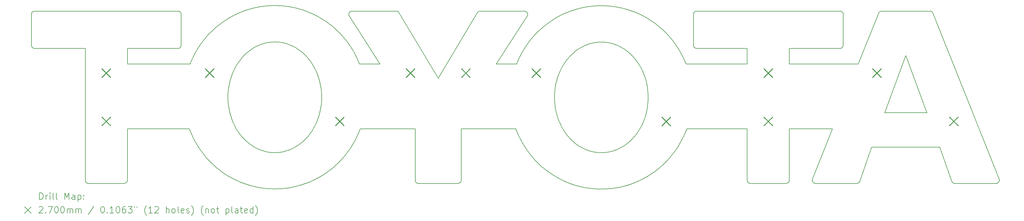
<source format=gbr>
%FSLAX45Y45*%
G04 Gerber Fmt 4.5, Leading zero omitted, Abs format (unit mm)*
G04 Created by KiCad (PCBNEW (6.0.0)) date 2022-05-14 17:31:36*
%MOMM*%
%LPD*%
G01*
G04 APERTURE LIST*
%ADD10C,0.200000*%
%ADD11C,0.270000*%
G04 APERTURE END LIST*
D10*
X15097676Y-5301449D02*
X16790958Y-5301449D01*
X16790958Y-5301449D02*
X16829681Y-5402610D01*
X16872082Y-5501862D01*
X16918074Y-5599120D01*
X16967573Y-5694296D01*
X17020495Y-5787308D01*
X17076756Y-5878068D01*
X17136270Y-5966492D01*
X17198954Y-6052493D01*
X17264721Y-6135988D01*
X17333489Y-6216890D01*
X17405173Y-6295114D01*
X17479687Y-6370575D01*
X17556948Y-6443187D01*
X17636870Y-6512865D01*
X17719370Y-6579523D01*
X17804362Y-6643077D01*
X17891763Y-6703440D01*
X17981486Y-6760528D01*
X18073449Y-6814254D01*
X18167567Y-6864535D01*
X18263754Y-6911283D01*
X18361926Y-6954415D01*
X18461999Y-6993843D01*
X18563889Y-7029484D01*
X18667509Y-7061252D01*
X18772777Y-7089061D01*
X18879608Y-7112826D01*
X18987916Y-7132461D01*
X19097618Y-7147882D01*
X19208628Y-7159002D01*
X19320863Y-7165737D01*
X19434237Y-7168001D01*
X28204010Y-4803454D02*
X28856041Y-3038753D01*
X26589031Y-5301449D02*
X25968460Y-6856945D01*
X28856041Y-3038753D02*
X29508071Y-4803454D01*
X9328035Y-7165034D02*
X9441308Y-7162774D01*
X9553444Y-7156052D01*
X9664358Y-7144951D01*
X9773967Y-7129559D01*
X9882185Y-7109958D01*
X9988929Y-7086236D01*
X10094114Y-7058476D01*
X10197655Y-7026764D01*
X10299469Y-6991186D01*
X10399471Y-6951826D01*
X10497576Y-6908769D01*
X10593700Y-6862101D01*
X10687760Y-6811906D01*
X10779670Y-6758270D01*
X10869346Y-6701279D01*
X10956704Y-6641016D01*
X11041659Y-6577568D01*
X11124127Y-6511019D01*
X11204024Y-6441454D01*
X11281266Y-6368960D01*
X11355767Y-6293620D01*
X11427445Y-6215520D01*
X11496213Y-6134745D01*
X11561989Y-6051380D01*
X11624687Y-5965511D01*
X11684223Y-5877222D01*
X11740513Y-5786599D01*
X11793473Y-5693727D01*
X11843018Y-5598691D01*
X11889063Y-5501575D01*
X11931525Y-5402466D01*
X11970320Y-5301449D01*
X4114402Y-6994000D02*
X4666914Y-6994000D01*
X11970320Y-5301449D02*
X13671967Y-5301449D01*
X26917107Y-2715700D02*
X26917107Y-1760000D01*
X10778086Y-4326999D02*
X10776199Y-4415139D01*
X10770600Y-4502123D01*
X10761378Y-4587841D01*
X10748626Y-4672187D01*
X10732435Y-4755054D01*
X10712895Y-4836333D01*
X10690098Y-4915916D01*
X10664135Y-4993697D01*
X10635096Y-5069567D01*
X10603074Y-5143420D01*
X10568159Y-5215147D01*
X10530442Y-5284640D01*
X10490015Y-5351793D01*
X10446968Y-5416497D01*
X10401392Y-5478645D01*
X10353379Y-5538129D01*
X10303020Y-5594842D01*
X10250406Y-5648676D01*
X10195628Y-5699523D01*
X10138778Y-5747277D01*
X10079945Y-5791828D01*
X10019222Y-5833070D01*
X9956699Y-5870895D01*
X9892468Y-5905195D01*
X9826619Y-5935863D01*
X9759244Y-5962791D01*
X9690435Y-5985872D01*
X9620281Y-6004997D01*
X9548874Y-6020060D01*
X9476305Y-6030952D01*
X9402666Y-6037566D01*
X9328047Y-6039795D01*
X28856029Y-1660000D02*
X28109571Y-1660000D01*
X25253449Y-6894000D02*
X25253449Y-5301449D01*
X27341231Y-6994000D02*
X27364594Y-6991239D01*
X27386203Y-6983320D01*
X27405293Y-6970787D01*
X27421100Y-6954184D01*
X27432859Y-6934058D01*
X27435747Y-6926660D01*
X25253449Y-2815700D02*
X26817107Y-2815700D01*
X14384835Y-3739442D02*
X13171498Y-1708709D01*
X4666914Y-6994000D02*
X4687067Y-6991969D01*
X4710268Y-6984139D01*
X4730523Y-6971165D01*
X4747047Y-6953832D01*
X4759055Y-6932925D01*
X4765761Y-6909229D01*
X4766914Y-6894000D01*
X22284770Y-1760000D02*
X22284770Y-2715700D01*
X11716328Y-1660000D02*
X11694964Y-1662216D01*
X11675541Y-1668507D01*
X11653172Y-1682308D01*
X11635468Y-1701132D01*
X11623125Y-1723711D01*
X11616835Y-1748776D01*
X11617293Y-1775056D01*
X11622482Y-1794801D01*
X11632149Y-1813982D01*
X4766914Y-5301449D02*
X6685750Y-5301449D01*
X23948426Y-5301449D02*
X23948426Y-6894000D01*
X22284770Y-2715700D02*
X22286801Y-2735854D01*
X22294631Y-2759054D01*
X22307605Y-2779310D01*
X22324938Y-2795834D01*
X22345845Y-2807842D01*
X22369541Y-2814548D01*
X22384770Y-2815700D01*
X15097676Y-6894000D02*
X15097676Y-5301449D01*
X22384770Y-1660000D02*
X22364616Y-1662031D01*
X22341416Y-1669861D01*
X22321160Y-1682835D01*
X22304636Y-1700168D01*
X22292628Y-1721075D01*
X22285922Y-1744771D01*
X22284770Y-1760000D01*
X19434237Y-7168001D02*
X19547612Y-7165737D01*
X19659847Y-7159002D01*
X19770857Y-7147882D01*
X19880559Y-7132461D01*
X19988867Y-7112826D01*
X20095697Y-7089061D01*
X20200965Y-7061252D01*
X20304586Y-7029484D01*
X20406476Y-6993843D01*
X20506549Y-6954415D01*
X20604721Y-6911283D01*
X20700908Y-6864535D01*
X20795025Y-6814254D01*
X20886988Y-6760528D01*
X20976712Y-6703440D01*
X21064113Y-6643077D01*
X21149105Y-6579523D01*
X21231605Y-6512865D01*
X21311527Y-6443187D01*
X21388788Y-6370575D01*
X21463302Y-6295114D01*
X21534985Y-6216890D01*
X21603753Y-6135988D01*
X21669521Y-6052493D01*
X21732205Y-5966492D01*
X21791719Y-5878068D01*
X21847979Y-5787308D01*
X21900902Y-5694296D01*
X21950401Y-5599120D01*
X21996393Y-5501862D01*
X22038793Y-5402610D01*
X22077517Y-5301449D01*
X3461890Y-3301450D02*
X3461890Y-5301449D01*
X13771967Y-6994000D02*
X14384822Y-6994000D01*
X3461890Y-6894000D02*
X3463921Y-6914154D01*
X3471751Y-6937354D01*
X3484725Y-6957609D01*
X3502058Y-6974134D01*
X3522965Y-6986142D01*
X3546661Y-6992848D01*
X3561890Y-6994000D01*
X22077517Y-5301449D02*
X23948426Y-5301449D01*
X23948426Y-6894000D02*
X23950457Y-6914154D01*
X23958287Y-6937354D01*
X23971261Y-6957609D01*
X23988594Y-6974134D01*
X24009501Y-6986142D01*
X24033197Y-6992848D01*
X24048426Y-6994000D01*
X11632149Y-1813982D02*
X12586030Y-3301450D01*
X15683990Y-1660000D02*
X15661392Y-1662584D01*
X15640289Y-1670054D01*
X15621432Y-1681982D01*
X15605573Y-1697943D01*
X15598145Y-1708709D01*
X15598145Y-1708709D02*
X14384835Y-3739442D01*
X24564796Y-1660000D02*
X22384770Y-1660000D01*
X17053316Y-1660000D02*
X15683990Y-1660000D01*
X16813002Y-3301450D02*
X16183614Y-3301450D01*
X19434250Y-2617168D02*
X19508869Y-2619397D01*
X19582508Y-2626011D01*
X19655077Y-2636903D01*
X19726483Y-2651966D01*
X19796637Y-2671091D01*
X19865447Y-2694172D01*
X19932822Y-2721100D01*
X19998670Y-2751768D01*
X20062902Y-2786069D01*
X20125424Y-2823893D01*
X20186148Y-2865135D01*
X20244980Y-2909687D01*
X20301831Y-2957440D01*
X20356609Y-3008288D01*
X20409223Y-3062122D01*
X20459582Y-3118835D01*
X20507595Y-3178319D01*
X20553170Y-3240467D01*
X20596217Y-3305172D01*
X20636645Y-3372324D01*
X20674362Y-3441818D01*
X20709277Y-3513545D01*
X20741299Y-3587397D01*
X20770337Y-3663268D01*
X20796301Y-3741049D01*
X20819098Y-3820632D01*
X20838638Y-3901911D01*
X20854829Y-3984777D01*
X20867581Y-4069124D01*
X20876802Y-4154842D01*
X20882402Y-4241826D01*
X20884289Y-4329966D01*
X6685750Y-5301449D02*
X6724544Y-5402466D01*
X6767006Y-5501575D01*
X6813052Y-5598691D01*
X6862596Y-5693727D01*
X6915556Y-5786599D01*
X6971846Y-5877222D01*
X7031383Y-5965511D01*
X7094081Y-6051380D01*
X7159856Y-6134745D01*
X7228625Y-6215520D01*
X7300302Y-6293620D01*
X7374803Y-6368960D01*
X7452045Y-6441454D01*
X7531942Y-6511019D01*
X7614410Y-6577568D01*
X7699366Y-6641016D01*
X7786724Y-6701279D01*
X7876400Y-6758270D01*
X7968310Y-6811906D01*
X8062369Y-6862101D01*
X8158493Y-6908769D01*
X8256599Y-6951826D01*
X8356600Y-6991186D01*
X8458414Y-7026764D01*
X8561956Y-7058476D01*
X8667140Y-7086236D01*
X8773884Y-7109958D01*
X8882102Y-7129559D01*
X8991711Y-7144951D01*
X9102625Y-7156052D01*
X9214761Y-7162774D01*
X9328035Y-7165034D01*
X3561890Y-6994000D02*
X4114402Y-6994000D01*
X9328047Y-2614201D02*
X9402666Y-2616430D01*
X9476305Y-2623044D01*
X9548874Y-2633936D01*
X9620281Y-2648999D01*
X9690435Y-2668124D01*
X9759244Y-2691205D01*
X9826619Y-2718133D01*
X9892468Y-2748801D01*
X9956699Y-2783101D01*
X10019222Y-2820926D01*
X10079945Y-2862168D01*
X10138778Y-2906720D01*
X10195628Y-2954473D01*
X10250406Y-3005321D01*
X10303020Y-3059155D01*
X10353379Y-3115868D01*
X10401392Y-3175352D01*
X10446968Y-3237500D01*
X10490015Y-3302205D01*
X10530442Y-3369357D01*
X10568159Y-3438851D01*
X10603074Y-3510578D01*
X10635096Y-3584430D01*
X10664135Y-3660301D01*
X10690098Y-3738082D01*
X10712895Y-3817665D01*
X10732435Y-3898944D01*
X10748626Y-3981810D01*
X10761378Y-4066157D01*
X10770600Y-4151875D01*
X10776199Y-4238859D01*
X10778086Y-4326999D01*
X13671967Y-6894000D02*
X13673998Y-6914154D01*
X13681828Y-6937354D01*
X13694802Y-6957609D01*
X13712135Y-6974134D01*
X13733042Y-6986142D01*
X13756738Y-6992848D01*
X13771967Y-6994000D01*
X31650716Y-6994000D02*
X31676083Y-6990805D01*
X31698743Y-6981821D01*
X31718086Y-6967952D01*
X31733497Y-6950100D01*
X31744367Y-6929171D01*
X31750081Y-6906066D01*
X31750029Y-6881690D01*
X31743597Y-6856945D01*
X19434237Y-1491929D02*
X19322856Y-1494115D01*
X19212576Y-1500618D01*
X19103479Y-1511359D01*
X18995643Y-1526255D01*
X18889148Y-1545226D01*
X18784076Y-1568190D01*
X18680504Y-1595067D01*
X18578514Y-1625775D01*
X18478186Y-1660234D01*
X18379599Y-1698362D01*
X18282833Y-1740078D01*
X18187968Y-1785302D01*
X18095084Y-1833951D01*
X18004262Y-1885946D01*
X17915580Y-1941205D01*
X17829119Y-1999646D01*
X17744959Y-2061190D01*
X17663179Y-2125754D01*
X17583861Y-2193259D01*
X17507082Y-2263622D01*
X17432925Y-2336762D01*
X17361467Y-2412599D01*
X17292791Y-2491052D01*
X17226974Y-2572039D01*
X17164097Y-2655480D01*
X17104241Y-2741293D01*
X17047485Y-2829397D01*
X16993909Y-2919711D01*
X16943592Y-3012155D01*
X16896616Y-3106646D01*
X16853059Y-3203105D01*
X16813002Y-3301450D01*
X1898234Y-2815702D02*
X3461890Y-2815702D01*
X16183614Y-3301450D02*
X17137494Y-1813982D01*
X26917107Y-1760000D02*
X26915076Y-1739846D01*
X26907246Y-1716646D01*
X26894272Y-1696391D01*
X26876939Y-1679866D01*
X26856032Y-1667858D01*
X26832336Y-1661152D01*
X26817107Y-1660000D01*
X28109571Y-1660000D02*
X28087103Y-1662551D01*
X28066197Y-1669894D01*
X28047547Y-1681558D01*
X28031845Y-1697074D01*
X28019782Y-1715974D01*
X28016690Y-1722945D01*
X9328035Y-1488964D02*
X9216549Y-1491154D01*
X9106168Y-1497669D01*
X8996971Y-1508430D01*
X8889038Y-1523353D01*
X8782449Y-1542358D01*
X8677285Y-1565364D01*
X8573626Y-1592290D01*
X8471552Y-1623053D01*
X8371142Y-1657573D01*
X8272478Y-1695769D01*
X8175639Y-1737559D01*
X8080706Y-1782862D01*
X7987759Y-1831596D01*
X7896877Y-1883681D01*
X7808141Y-1939035D01*
X7721631Y-1997576D01*
X7637428Y-2059224D01*
X7555611Y-2123898D01*
X7476261Y-2191515D01*
X7399457Y-2261995D01*
X7325281Y-2335256D01*
X7253811Y-2411217D01*
X7185129Y-2489797D01*
X7119314Y-2570915D01*
X7056447Y-2654488D01*
X6996607Y-2740437D01*
X6939876Y-2828679D01*
X6886332Y-2919134D01*
X6836056Y-3011719D01*
X6789129Y-3106355D01*
X6745631Y-3202959D01*
X6705641Y-3301450D01*
X24048426Y-6994000D02*
X24600937Y-6994000D01*
X4766914Y-3301450D02*
X4766914Y-2815702D01*
X22384770Y-2815700D02*
X23948426Y-2815700D01*
X25968460Y-6856945D02*
X25962029Y-6881690D01*
X25961976Y-6906066D01*
X25967691Y-6929171D01*
X25978560Y-6950100D01*
X25993972Y-6967952D01*
X26013314Y-6981821D01*
X26035975Y-6990805D01*
X26061341Y-6994000D01*
X3461890Y-5301449D02*
X3461890Y-6894000D01*
X1798234Y-2715702D02*
X1800265Y-2735856D01*
X1808095Y-2759057D01*
X1821069Y-2779312D01*
X1838402Y-2795836D01*
X1859309Y-2807844D01*
X1883005Y-2814550D01*
X1898234Y-2815702D01*
X26817107Y-2815700D02*
X26837261Y-2813669D01*
X26860462Y-2805839D01*
X26880717Y-2792865D01*
X26897241Y-2775532D01*
X26909249Y-2754625D01*
X26915955Y-2730929D01*
X26917107Y-2715700D01*
X31122753Y-5300764D02*
X29695368Y-1722945D01*
X30276311Y-6926660D02*
X30286550Y-6947840D01*
X30301093Y-6965678D01*
X30319174Y-6979628D01*
X30340028Y-6989146D01*
X30362891Y-6993687D01*
X30370827Y-6994000D01*
X28016690Y-1722945D02*
X27386939Y-3301450D01*
X20884289Y-4329966D02*
X20882402Y-4418106D01*
X20876802Y-4505090D01*
X20867581Y-4590808D01*
X20854829Y-4675155D01*
X20838638Y-4758021D01*
X20819098Y-4839300D01*
X20796301Y-4918883D01*
X20770337Y-4996664D01*
X20741299Y-5072534D01*
X20709277Y-5146387D01*
X20674362Y-5218114D01*
X20636645Y-5287607D01*
X20596217Y-5354760D01*
X20553170Y-5419464D01*
X20507595Y-5481612D01*
X20459582Y-5541096D01*
X20409223Y-5597809D01*
X20356609Y-5651643D01*
X20301831Y-5702490D01*
X20244980Y-5750244D01*
X20186148Y-5794795D01*
X20125424Y-5836037D01*
X20062902Y-5873862D01*
X19998670Y-5908162D01*
X19932822Y-5938830D01*
X19865447Y-5965758D01*
X19796637Y-5988839D01*
X19726483Y-6007964D01*
X19655077Y-6023027D01*
X19582508Y-6033919D01*
X19508869Y-6040533D01*
X19434250Y-6042762D01*
X29602486Y-1660000D02*
X28856029Y-1660000D01*
X29695368Y-1722945D02*
X29684672Y-1703021D01*
X29670106Y-1686325D01*
X29652361Y-1673325D01*
X29632131Y-1664490D01*
X29610107Y-1660289D01*
X29602486Y-1660000D01*
X4150543Y-1660000D02*
X4078260Y-1660000D01*
X24600937Y-6994000D02*
X25153449Y-6994000D01*
X29910308Y-5867463D02*
X30276311Y-6926660D01*
X7878009Y-4326999D02*
X7879895Y-4238859D01*
X7885495Y-4151875D01*
X7894716Y-4066157D01*
X7907468Y-3981810D01*
X7923660Y-3898944D01*
X7943200Y-3817665D01*
X7965997Y-3738082D01*
X7991960Y-3660301D01*
X8020998Y-3584430D01*
X8053021Y-3510578D01*
X8087936Y-3438851D01*
X8125653Y-3369357D01*
X8166080Y-3302205D01*
X8209127Y-3237500D01*
X8254703Y-3175352D01*
X8302715Y-3115868D01*
X8353074Y-3059155D01*
X8405688Y-3005321D01*
X8460466Y-2954473D01*
X8517317Y-2906720D01*
X8576150Y-2862168D01*
X8636873Y-2820926D01*
X8699396Y-2783101D01*
X8763627Y-2748801D01*
X8829476Y-2718133D01*
X8896850Y-2691205D01*
X8965660Y-2668124D01*
X9035814Y-2648999D01*
X9107221Y-2633936D01*
X9179789Y-2623044D01*
X9253429Y-2616430D01*
X9328047Y-2614201D01*
X25253449Y-5301449D02*
X26589031Y-5301449D01*
X14384822Y-6994000D02*
X14997676Y-6994000D01*
X26817107Y-1660000D02*
X24637079Y-1660000D01*
X13171498Y-1708709D02*
X13157689Y-1690636D01*
X13140453Y-1676351D01*
X13120542Y-1666282D01*
X13098706Y-1660854D01*
X13085654Y-1660000D01*
X28856029Y-5867463D02*
X29910308Y-5867463D01*
X31123026Y-5301449D02*
X31122753Y-5300764D01*
X17137494Y-1813982D02*
X17147161Y-1794801D01*
X17152350Y-1775056D01*
X17152808Y-1748776D01*
X17146518Y-1723711D01*
X17134175Y-1701132D01*
X17116472Y-1682308D01*
X17094102Y-1668507D01*
X17074680Y-1662216D01*
X17053316Y-1660000D01*
X13671967Y-5301449D02*
X13671967Y-6894000D01*
X25153449Y-6994000D02*
X25173603Y-6991969D01*
X25196803Y-6984139D01*
X25217059Y-6971165D01*
X25233583Y-6953832D01*
X25245591Y-6932925D01*
X25252297Y-6909229D01*
X25253449Y-6894000D01*
X6430569Y-2715702D02*
X6430569Y-1760000D01*
X30370827Y-6994000D02*
X31650716Y-6994000D01*
X31743597Y-6856945D02*
X31123026Y-5301449D01*
X23948426Y-2815700D02*
X23948426Y-3301450D01*
X4766914Y-6894000D02*
X4766914Y-5301449D01*
X22055473Y-3301450D02*
X22015416Y-3203105D01*
X21971859Y-3106646D01*
X21924882Y-3012155D01*
X21874566Y-2919711D01*
X21820990Y-2829397D01*
X21764234Y-2741293D01*
X21704377Y-2655480D01*
X21641501Y-2572039D01*
X21575684Y-2491052D01*
X21507007Y-2412599D01*
X21435550Y-2336762D01*
X21361392Y-2263622D01*
X21284614Y-2193259D01*
X21205295Y-2125754D01*
X21123516Y-2061190D01*
X21039356Y-1999646D01*
X20952895Y-1941205D01*
X20864213Y-1885946D01*
X20773390Y-1833951D01*
X20680507Y-1785302D01*
X20585642Y-1740078D01*
X20488876Y-1698362D01*
X20390289Y-1660234D01*
X20289960Y-1625775D01*
X20187971Y-1595067D01*
X20084399Y-1568190D01*
X19979326Y-1545226D01*
X19872832Y-1526255D01*
X19764996Y-1511359D01*
X19655898Y-1500618D01*
X19545619Y-1494115D01*
X19434237Y-1491929D01*
X24637079Y-1660000D02*
X24564796Y-1660000D01*
X6330569Y-1660000D02*
X4150543Y-1660000D01*
X4078260Y-1660000D02*
X1898234Y-1660000D01*
X4766914Y-2815702D02*
X6330569Y-2815702D01*
X6330569Y-2815702D02*
X6350723Y-2813671D01*
X6373924Y-2805841D01*
X6394179Y-2792867D01*
X6410703Y-2775534D01*
X6422711Y-2754627D01*
X6429417Y-2730931D01*
X6430569Y-2715702D01*
X6705641Y-3301450D02*
X4766914Y-3301450D01*
X26061341Y-6994000D02*
X27341231Y-6994000D01*
X27435747Y-6926660D02*
X27801750Y-5867463D01*
X1798234Y-1760000D02*
X1798234Y-2715702D01*
X27801750Y-5867463D02*
X28856029Y-5867463D01*
X13085654Y-1660000D02*
X11716328Y-1660000D01*
X3461890Y-2815702D02*
X3461890Y-3301450D01*
X9328047Y-6039795D02*
X9253429Y-6037566D01*
X9179789Y-6030952D01*
X9107221Y-6020060D01*
X9035814Y-6004997D01*
X8965660Y-5985872D01*
X8896850Y-5962791D01*
X8829476Y-5935863D01*
X8763627Y-5905195D01*
X8699396Y-5870895D01*
X8636873Y-5833070D01*
X8576150Y-5791828D01*
X8517317Y-5747277D01*
X8460466Y-5699523D01*
X8405688Y-5648676D01*
X8353074Y-5594842D01*
X8302715Y-5538129D01*
X8254703Y-5478645D01*
X8209127Y-5416497D01*
X8166080Y-5351793D01*
X8125653Y-5284640D01*
X8087936Y-5215147D01*
X8053021Y-5143420D01*
X8020998Y-5069567D01*
X7991960Y-4993697D01*
X7965997Y-4915916D01*
X7943200Y-4836333D01*
X7923660Y-4755054D01*
X7907468Y-4672187D01*
X7894716Y-4587841D01*
X7885495Y-4502123D01*
X7879895Y-4415139D01*
X7878009Y-4326999D01*
X12586030Y-3301450D02*
X11950428Y-3301450D01*
X28856041Y-4803454D02*
X28204010Y-4803454D01*
X19434250Y-6042762D02*
X19359631Y-6040533D01*
X19285992Y-6033919D01*
X19213424Y-6023027D01*
X19142017Y-6007964D01*
X19071863Y-5988839D01*
X19003053Y-5965758D01*
X18935678Y-5938830D01*
X18869830Y-5908162D01*
X18805598Y-5873862D01*
X18743076Y-5836037D01*
X18682352Y-5794795D01*
X18623520Y-5750244D01*
X18566669Y-5702490D01*
X18511891Y-5651643D01*
X18459277Y-5597809D01*
X18408918Y-5541096D01*
X18360905Y-5481612D01*
X18315330Y-5419464D01*
X18272283Y-5354760D01*
X18231855Y-5287607D01*
X18194139Y-5218114D01*
X18159223Y-5146387D01*
X18127201Y-5072534D01*
X18098163Y-4996664D01*
X18072199Y-4918883D01*
X18049402Y-4839300D01*
X18029863Y-4758021D01*
X18013671Y-4675155D01*
X18000919Y-4590808D01*
X17991698Y-4505090D01*
X17986098Y-4418106D01*
X17984212Y-4329966D01*
X23948426Y-3301450D02*
X22055473Y-3301450D01*
X25253449Y-3301450D02*
X25253449Y-2815700D01*
X14997676Y-6994000D02*
X15017830Y-6991969D01*
X15041031Y-6984139D01*
X15061286Y-6971165D01*
X15077810Y-6953832D01*
X15089818Y-6932925D01*
X15096524Y-6909229D01*
X15097676Y-6894000D01*
X11950428Y-3301450D02*
X11910438Y-3202959D01*
X11866940Y-3106355D01*
X11820013Y-3011719D01*
X11769737Y-2919134D01*
X11716194Y-2828679D01*
X11659462Y-2740437D01*
X11599622Y-2654488D01*
X11536755Y-2570915D01*
X11470940Y-2489797D01*
X11402258Y-2411217D01*
X11330789Y-2335256D01*
X11256612Y-2261995D01*
X11179809Y-2191515D01*
X11100458Y-2123898D01*
X11018641Y-2059224D01*
X10934438Y-1997576D01*
X10847928Y-1939035D01*
X10759193Y-1883681D01*
X10668311Y-1831596D01*
X10575363Y-1782862D01*
X10480430Y-1737559D01*
X10383591Y-1695769D01*
X10284927Y-1657573D01*
X10184518Y-1623053D01*
X10082443Y-1592290D01*
X9978784Y-1565364D01*
X9873620Y-1542358D01*
X9767031Y-1523353D01*
X9659098Y-1508430D01*
X9549901Y-1497669D01*
X9439520Y-1491154D01*
X9328035Y-1488964D01*
X6430569Y-1760000D02*
X6428538Y-1739846D01*
X6420708Y-1716646D01*
X6407734Y-1696391D01*
X6390401Y-1679866D01*
X6369494Y-1667858D01*
X6345798Y-1661152D01*
X6330569Y-1660000D01*
X1898234Y-1660000D02*
X1878080Y-1662031D01*
X1854880Y-1669861D01*
X1834624Y-1682835D01*
X1818100Y-1700168D01*
X1806092Y-1721075D01*
X1799386Y-1744771D01*
X1798234Y-1760000D01*
X29508071Y-4803454D02*
X28856041Y-4803454D01*
X17984212Y-4329966D02*
X17986098Y-4241826D01*
X17991698Y-4154842D01*
X18000919Y-4069124D01*
X18013671Y-3984777D01*
X18029863Y-3901911D01*
X18049402Y-3820632D01*
X18072199Y-3741049D01*
X18098163Y-3663268D01*
X18127201Y-3587397D01*
X18159223Y-3513545D01*
X18194139Y-3441818D01*
X18231855Y-3372324D01*
X18272283Y-3305172D01*
X18315330Y-3240467D01*
X18360905Y-3178319D01*
X18408918Y-3118835D01*
X18459277Y-3062122D01*
X18511891Y-3008288D01*
X18566669Y-2957440D01*
X18623520Y-2909687D01*
X18682352Y-2865135D01*
X18743076Y-2823893D01*
X18805598Y-2786069D01*
X18869830Y-2751768D01*
X18935678Y-2721100D01*
X19003053Y-2694172D01*
X19071863Y-2671091D01*
X19142017Y-2651966D01*
X19213424Y-2636903D01*
X19285992Y-2626011D01*
X19359631Y-2619397D01*
X19434250Y-2617168D01*
X27386939Y-3301450D02*
X25253449Y-3301450D01*
D11*
X3975436Y-3438977D02*
X4245436Y-3708977D01*
X4245436Y-3438977D02*
X3975436Y-3708977D01*
X3975436Y-4936477D02*
X4245436Y-5206477D01*
X4245436Y-4936477D02*
X3975436Y-5206477D01*
X7175436Y-3438977D02*
X7445436Y-3708977D01*
X7445436Y-3438977D02*
X7175436Y-3708977D01*
X11200436Y-4936477D02*
X11470436Y-5206477D01*
X11470436Y-4936477D02*
X11200436Y-5206477D01*
X13385436Y-3438977D02*
X13655436Y-3708977D01*
X13655436Y-3438977D02*
X13385436Y-3708977D01*
X15102936Y-3441477D02*
X15372936Y-3711477D01*
X15372936Y-3441477D02*
X15102936Y-3711477D01*
X17282936Y-3441477D02*
X17552936Y-3711477D01*
X17552936Y-3441477D02*
X17282936Y-3711477D01*
X21307936Y-4938977D02*
X21577936Y-5208977D01*
X21577936Y-4938977D02*
X21307936Y-5208977D01*
X24460436Y-3438977D02*
X24730436Y-3708977D01*
X24730436Y-3438977D02*
X24460436Y-3708977D01*
X24460436Y-4936477D02*
X24730436Y-5206477D01*
X24730436Y-4936477D02*
X24460436Y-5206477D01*
X27827936Y-3438977D02*
X28097936Y-3708977D01*
X28097936Y-3438977D02*
X27827936Y-3708977D01*
X30202936Y-4936477D02*
X30472936Y-5206477D01*
X30472936Y-4936477D02*
X30202936Y-5206477D01*
D10*
X2045853Y-7488477D02*
X2045853Y-7288477D01*
X2093472Y-7288477D01*
X2122043Y-7298001D01*
X2141091Y-7317049D01*
X2150615Y-7336096D01*
X2160139Y-7374192D01*
X2160139Y-7402763D01*
X2150615Y-7440858D01*
X2141091Y-7459906D01*
X2122043Y-7478954D01*
X2093472Y-7488477D01*
X2045853Y-7488477D01*
X2245853Y-7488477D02*
X2245853Y-7355144D01*
X2245853Y-7393239D02*
X2255377Y-7374192D01*
X2264900Y-7364668D01*
X2283948Y-7355144D01*
X2302996Y-7355144D01*
X2369662Y-7488477D02*
X2369662Y-7355144D01*
X2369662Y-7288477D02*
X2360139Y-7298001D01*
X2369662Y-7307525D01*
X2379186Y-7298001D01*
X2369662Y-7288477D01*
X2369662Y-7307525D01*
X2493472Y-7488477D02*
X2474424Y-7478954D01*
X2464900Y-7459906D01*
X2464900Y-7288477D01*
X2598234Y-7488477D02*
X2579186Y-7478954D01*
X2569662Y-7459906D01*
X2569662Y-7288477D01*
X2826805Y-7488477D02*
X2826805Y-7288477D01*
X2893472Y-7431335D01*
X2960138Y-7288477D01*
X2960138Y-7488477D01*
X3141091Y-7488477D02*
X3141091Y-7383715D01*
X3131567Y-7364668D01*
X3112519Y-7355144D01*
X3074424Y-7355144D01*
X3055377Y-7364668D01*
X3141091Y-7478954D02*
X3122043Y-7488477D01*
X3074424Y-7488477D01*
X3055377Y-7478954D01*
X3045853Y-7459906D01*
X3045853Y-7440858D01*
X3055377Y-7421811D01*
X3074424Y-7412287D01*
X3122043Y-7412287D01*
X3141091Y-7402763D01*
X3236329Y-7355144D02*
X3236329Y-7555144D01*
X3236329Y-7364668D02*
X3255377Y-7355144D01*
X3293472Y-7355144D01*
X3312519Y-7364668D01*
X3322043Y-7374192D01*
X3331567Y-7393239D01*
X3331567Y-7450382D01*
X3322043Y-7469430D01*
X3312519Y-7478954D01*
X3293472Y-7488477D01*
X3255377Y-7488477D01*
X3236329Y-7478954D01*
X3417281Y-7469430D02*
X3426805Y-7478954D01*
X3417281Y-7488477D01*
X3407758Y-7478954D01*
X3417281Y-7469430D01*
X3417281Y-7488477D01*
X3417281Y-7364668D02*
X3426805Y-7374192D01*
X3417281Y-7383715D01*
X3407758Y-7374192D01*
X3417281Y-7364668D01*
X3417281Y-7383715D01*
X1588234Y-7718001D02*
X1788234Y-7918001D01*
X1788234Y-7718001D02*
X1588234Y-7918001D01*
X2036329Y-7727525D02*
X2045853Y-7718001D01*
X2064900Y-7708477D01*
X2112520Y-7708477D01*
X2131567Y-7718001D01*
X2141091Y-7727525D01*
X2150615Y-7746573D01*
X2150615Y-7765620D01*
X2141091Y-7794192D01*
X2026805Y-7908477D01*
X2150615Y-7908477D01*
X2236329Y-7889430D02*
X2245853Y-7898954D01*
X2236329Y-7908477D01*
X2226805Y-7898954D01*
X2236329Y-7889430D01*
X2236329Y-7908477D01*
X2312520Y-7708477D02*
X2445853Y-7708477D01*
X2360139Y-7908477D01*
X2560139Y-7708477D02*
X2579186Y-7708477D01*
X2598234Y-7718001D01*
X2607758Y-7727525D01*
X2617281Y-7746573D01*
X2626805Y-7784668D01*
X2626805Y-7832287D01*
X2617281Y-7870382D01*
X2607758Y-7889430D01*
X2598234Y-7898954D01*
X2579186Y-7908477D01*
X2560139Y-7908477D01*
X2541091Y-7898954D01*
X2531567Y-7889430D01*
X2522043Y-7870382D01*
X2512520Y-7832287D01*
X2512520Y-7784668D01*
X2522043Y-7746573D01*
X2531567Y-7727525D01*
X2541091Y-7718001D01*
X2560139Y-7708477D01*
X2750615Y-7708477D02*
X2769662Y-7708477D01*
X2788710Y-7718001D01*
X2798234Y-7727525D01*
X2807758Y-7746573D01*
X2817281Y-7784668D01*
X2817281Y-7832287D01*
X2807758Y-7870382D01*
X2798234Y-7889430D01*
X2788710Y-7898954D01*
X2769662Y-7908477D01*
X2750615Y-7908477D01*
X2731567Y-7898954D01*
X2722043Y-7889430D01*
X2712520Y-7870382D01*
X2702996Y-7832287D01*
X2702996Y-7784668D01*
X2712520Y-7746573D01*
X2722043Y-7727525D01*
X2731567Y-7718001D01*
X2750615Y-7708477D01*
X2902996Y-7908477D02*
X2902996Y-7775144D01*
X2902996Y-7794192D02*
X2912519Y-7784668D01*
X2931567Y-7775144D01*
X2960138Y-7775144D01*
X2979186Y-7784668D01*
X2988710Y-7803715D01*
X2988710Y-7908477D01*
X2988710Y-7803715D02*
X2998234Y-7784668D01*
X3017281Y-7775144D01*
X3045853Y-7775144D01*
X3064900Y-7784668D01*
X3074424Y-7803715D01*
X3074424Y-7908477D01*
X3169662Y-7908477D02*
X3169662Y-7775144D01*
X3169662Y-7794192D02*
X3179186Y-7784668D01*
X3198234Y-7775144D01*
X3226805Y-7775144D01*
X3245853Y-7784668D01*
X3255377Y-7803715D01*
X3255377Y-7908477D01*
X3255377Y-7803715D02*
X3264900Y-7784668D01*
X3283948Y-7775144D01*
X3312519Y-7775144D01*
X3331567Y-7784668D01*
X3341091Y-7803715D01*
X3341091Y-7908477D01*
X3731567Y-7698954D02*
X3560138Y-7956096D01*
X3988710Y-7708477D02*
X4007758Y-7708477D01*
X4026805Y-7718001D01*
X4036329Y-7727525D01*
X4045853Y-7746573D01*
X4055377Y-7784668D01*
X4055377Y-7832287D01*
X4045853Y-7870382D01*
X4036329Y-7889430D01*
X4026805Y-7898954D01*
X4007758Y-7908477D01*
X3988710Y-7908477D01*
X3969662Y-7898954D01*
X3960138Y-7889430D01*
X3950615Y-7870382D01*
X3941091Y-7832287D01*
X3941091Y-7784668D01*
X3950615Y-7746573D01*
X3960138Y-7727525D01*
X3969662Y-7718001D01*
X3988710Y-7708477D01*
X4141091Y-7889430D02*
X4150615Y-7898954D01*
X4141091Y-7908477D01*
X4131567Y-7898954D01*
X4141091Y-7889430D01*
X4141091Y-7908477D01*
X4341091Y-7908477D02*
X4226805Y-7908477D01*
X4283948Y-7908477D02*
X4283948Y-7708477D01*
X4264900Y-7737049D01*
X4245853Y-7756096D01*
X4226805Y-7765620D01*
X4464900Y-7708477D02*
X4483948Y-7708477D01*
X4502996Y-7718001D01*
X4512520Y-7727525D01*
X4522043Y-7746573D01*
X4531567Y-7784668D01*
X4531567Y-7832287D01*
X4522043Y-7870382D01*
X4512520Y-7889430D01*
X4502996Y-7898954D01*
X4483948Y-7908477D01*
X4464900Y-7908477D01*
X4445853Y-7898954D01*
X4436329Y-7889430D01*
X4426805Y-7870382D01*
X4417281Y-7832287D01*
X4417281Y-7784668D01*
X4426805Y-7746573D01*
X4436329Y-7727525D01*
X4445853Y-7718001D01*
X4464900Y-7708477D01*
X4702996Y-7708477D02*
X4664900Y-7708477D01*
X4645853Y-7718001D01*
X4636329Y-7727525D01*
X4617281Y-7756096D01*
X4607758Y-7794192D01*
X4607758Y-7870382D01*
X4617281Y-7889430D01*
X4626805Y-7898954D01*
X4645853Y-7908477D01*
X4683948Y-7908477D01*
X4702996Y-7898954D01*
X4712520Y-7889430D01*
X4722043Y-7870382D01*
X4722043Y-7822763D01*
X4712520Y-7803715D01*
X4702996Y-7794192D01*
X4683948Y-7784668D01*
X4645853Y-7784668D01*
X4626805Y-7794192D01*
X4617281Y-7803715D01*
X4607758Y-7822763D01*
X4788710Y-7708477D02*
X4912520Y-7708477D01*
X4845853Y-7784668D01*
X4874424Y-7784668D01*
X4893472Y-7794192D01*
X4902996Y-7803715D01*
X4912520Y-7822763D01*
X4912520Y-7870382D01*
X4902996Y-7889430D01*
X4893472Y-7898954D01*
X4874424Y-7908477D01*
X4817281Y-7908477D01*
X4798234Y-7898954D01*
X4788710Y-7889430D01*
X4988710Y-7708477D02*
X4988710Y-7746573D01*
X5064900Y-7708477D02*
X5064900Y-7746573D01*
X5360139Y-7984668D02*
X5350615Y-7975144D01*
X5331567Y-7946573D01*
X5322043Y-7927525D01*
X5312520Y-7898954D01*
X5302996Y-7851335D01*
X5302996Y-7813239D01*
X5312520Y-7765620D01*
X5322043Y-7737049D01*
X5331567Y-7718001D01*
X5350615Y-7689430D01*
X5360139Y-7679906D01*
X5541091Y-7908477D02*
X5426805Y-7908477D01*
X5483948Y-7908477D02*
X5483948Y-7708477D01*
X5464900Y-7737049D01*
X5445853Y-7756096D01*
X5426805Y-7765620D01*
X5617281Y-7727525D02*
X5626805Y-7718001D01*
X5645853Y-7708477D01*
X5693472Y-7708477D01*
X5712519Y-7718001D01*
X5722043Y-7727525D01*
X5731567Y-7746573D01*
X5731567Y-7765620D01*
X5722043Y-7794192D01*
X5607758Y-7908477D01*
X5731567Y-7908477D01*
X5969662Y-7908477D02*
X5969662Y-7708477D01*
X6055377Y-7908477D02*
X6055377Y-7803715D01*
X6045853Y-7784668D01*
X6026805Y-7775144D01*
X5998234Y-7775144D01*
X5979186Y-7784668D01*
X5969662Y-7794192D01*
X6179186Y-7908477D02*
X6160138Y-7898954D01*
X6150615Y-7889430D01*
X6141091Y-7870382D01*
X6141091Y-7813239D01*
X6150615Y-7794192D01*
X6160138Y-7784668D01*
X6179186Y-7775144D01*
X6207758Y-7775144D01*
X6226805Y-7784668D01*
X6236329Y-7794192D01*
X6245853Y-7813239D01*
X6245853Y-7870382D01*
X6236329Y-7889430D01*
X6226805Y-7898954D01*
X6207758Y-7908477D01*
X6179186Y-7908477D01*
X6360138Y-7908477D02*
X6341091Y-7898954D01*
X6331567Y-7879906D01*
X6331567Y-7708477D01*
X6512519Y-7898954D02*
X6493472Y-7908477D01*
X6455377Y-7908477D01*
X6436329Y-7898954D01*
X6426805Y-7879906D01*
X6426805Y-7803715D01*
X6436329Y-7784668D01*
X6455377Y-7775144D01*
X6493472Y-7775144D01*
X6512519Y-7784668D01*
X6522043Y-7803715D01*
X6522043Y-7822763D01*
X6426805Y-7841811D01*
X6598234Y-7898954D02*
X6617281Y-7908477D01*
X6655377Y-7908477D01*
X6674424Y-7898954D01*
X6683948Y-7879906D01*
X6683948Y-7870382D01*
X6674424Y-7851335D01*
X6655377Y-7841811D01*
X6626805Y-7841811D01*
X6607758Y-7832287D01*
X6598234Y-7813239D01*
X6598234Y-7803715D01*
X6607758Y-7784668D01*
X6626805Y-7775144D01*
X6655377Y-7775144D01*
X6674424Y-7784668D01*
X6750615Y-7984668D02*
X6760138Y-7975144D01*
X6779186Y-7946573D01*
X6788710Y-7927525D01*
X6798234Y-7898954D01*
X6807758Y-7851335D01*
X6807758Y-7813239D01*
X6798234Y-7765620D01*
X6788710Y-7737049D01*
X6779186Y-7718001D01*
X6760138Y-7689430D01*
X6750615Y-7679906D01*
X7112519Y-7984668D02*
X7102996Y-7975144D01*
X7083948Y-7946573D01*
X7074424Y-7927525D01*
X7064900Y-7898954D01*
X7055377Y-7851335D01*
X7055377Y-7813239D01*
X7064900Y-7765620D01*
X7074424Y-7737049D01*
X7083948Y-7718001D01*
X7102996Y-7689430D01*
X7112519Y-7679906D01*
X7188710Y-7775144D02*
X7188710Y-7908477D01*
X7188710Y-7794192D02*
X7198234Y-7784668D01*
X7217281Y-7775144D01*
X7245853Y-7775144D01*
X7264900Y-7784668D01*
X7274424Y-7803715D01*
X7274424Y-7908477D01*
X7398234Y-7908477D02*
X7379186Y-7898954D01*
X7369662Y-7889430D01*
X7360138Y-7870382D01*
X7360138Y-7813239D01*
X7369662Y-7794192D01*
X7379186Y-7784668D01*
X7398234Y-7775144D01*
X7426805Y-7775144D01*
X7445853Y-7784668D01*
X7455377Y-7794192D01*
X7464900Y-7813239D01*
X7464900Y-7870382D01*
X7455377Y-7889430D01*
X7445853Y-7898954D01*
X7426805Y-7908477D01*
X7398234Y-7908477D01*
X7522043Y-7775144D02*
X7598234Y-7775144D01*
X7550615Y-7708477D02*
X7550615Y-7879906D01*
X7560138Y-7898954D01*
X7579186Y-7908477D01*
X7598234Y-7908477D01*
X7817281Y-7775144D02*
X7817281Y-7975144D01*
X7817281Y-7784668D02*
X7836329Y-7775144D01*
X7874424Y-7775144D01*
X7893472Y-7784668D01*
X7902996Y-7794192D01*
X7912519Y-7813239D01*
X7912519Y-7870382D01*
X7902996Y-7889430D01*
X7893472Y-7898954D01*
X7874424Y-7908477D01*
X7836329Y-7908477D01*
X7817281Y-7898954D01*
X8026805Y-7908477D02*
X8007758Y-7898954D01*
X7998234Y-7879906D01*
X7998234Y-7708477D01*
X8188710Y-7908477D02*
X8188710Y-7803715D01*
X8179186Y-7784668D01*
X8160138Y-7775144D01*
X8122043Y-7775144D01*
X8102996Y-7784668D01*
X8188710Y-7898954D02*
X8169662Y-7908477D01*
X8122043Y-7908477D01*
X8102996Y-7898954D01*
X8093472Y-7879906D01*
X8093472Y-7860858D01*
X8102996Y-7841811D01*
X8122043Y-7832287D01*
X8169662Y-7832287D01*
X8188710Y-7822763D01*
X8255377Y-7775144D02*
X8331567Y-7775144D01*
X8283948Y-7708477D02*
X8283948Y-7879906D01*
X8293472Y-7898954D01*
X8312519Y-7908477D01*
X8331567Y-7908477D01*
X8474424Y-7898954D02*
X8455377Y-7908477D01*
X8417281Y-7908477D01*
X8398234Y-7898954D01*
X8388710Y-7879906D01*
X8388710Y-7803715D01*
X8398234Y-7784668D01*
X8417281Y-7775144D01*
X8455377Y-7775144D01*
X8474424Y-7784668D01*
X8483948Y-7803715D01*
X8483948Y-7822763D01*
X8388710Y-7841811D01*
X8655377Y-7908477D02*
X8655377Y-7708477D01*
X8655377Y-7898954D02*
X8636329Y-7908477D01*
X8598234Y-7908477D01*
X8579186Y-7898954D01*
X8569662Y-7889430D01*
X8560139Y-7870382D01*
X8560139Y-7813239D01*
X8569662Y-7794192D01*
X8579186Y-7784668D01*
X8598234Y-7775144D01*
X8636329Y-7775144D01*
X8655377Y-7784668D01*
X8731567Y-7984668D02*
X8741091Y-7975144D01*
X8760139Y-7946573D01*
X8769662Y-7927525D01*
X8779186Y-7898954D01*
X8788710Y-7851335D01*
X8788710Y-7813239D01*
X8779186Y-7765620D01*
X8769662Y-7737049D01*
X8760139Y-7718001D01*
X8741091Y-7689430D01*
X8731567Y-7679906D01*
M02*

</source>
